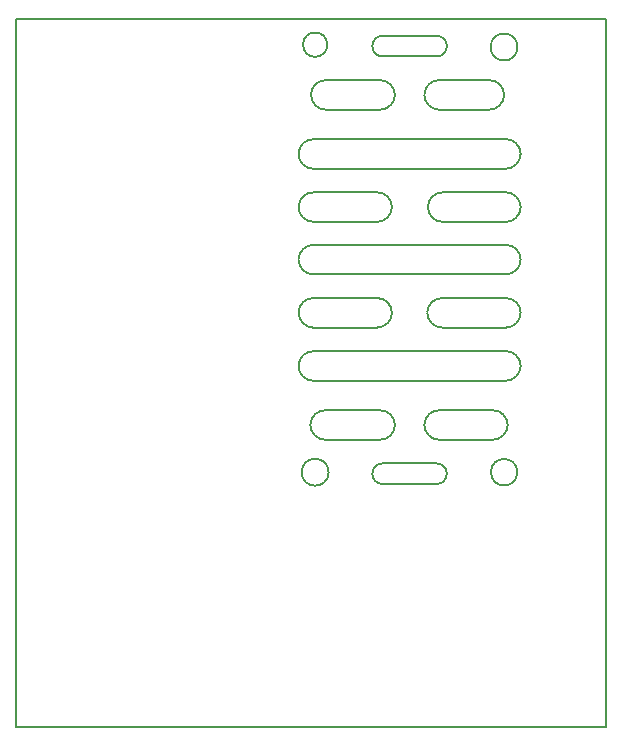
<source format=gbr>
G04 #@! TF.GenerationSoftware,KiCad,Pcbnew,5.1.5-52549c5~84~ubuntu18.04.1*
G04 #@! TF.CreationDate,2020-01-25T12:19:37+01:00*
G04 #@! TF.ProjectId,Nokolino_top,4e6f6b6f-6c69-46e6-9f5f-746f702e6b69,rev?*
G04 #@! TF.SameCoordinates,Original*
G04 #@! TF.FileFunction,Profile,NP*
%FSLAX46Y46*%
G04 Gerber Fmt 4.6, Leading zero omitted, Abs format (unit mm)*
G04 Created by KiCad (PCBNEW 5.1.5-52549c5~84~ubuntu18.04.1) date 2020-01-25 12:19:37*
%MOMM*%
%LPD*%
G04 APERTURE LIST*
%ADD10C,0.200000*%
%ADD11C,0.150000*%
G04 APERTURE END LIST*
D10*
X135650000Y-53200000D02*
G75*
G03X136500000Y-52350000I0J850000D01*
G01*
X136500000Y-52300000D02*
G75*
G03X135650000Y-51450000I-850000J0D01*
G01*
X130200000Y-52350000D02*
G75*
G03X131050000Y-53200000I850000J0D01*
G01*
X131050000Y-51450000D02*
G75*
G03X130200000Y-52300000I0J-850000D01*
G01*
X135650000Y-51450000D02*
X131050000Y-51450000D01*
X135650000Y-87650000D02*
X131050000Y-87650000D01*
X135650000Y-89400000D02*
G75*
G03X136500000Y-88550000I0J850000D01*
G01*
X131050000Y-87650000D02*
G75*
G03X130200000Y-88500000I0J-850000D01*
G01*
X136500000Y-88500000D02*
G75*
G03X135650000Y-87650000I-850000J0D01*
G01*
X130200000Y-88550000D02*
G75*
G03X131050000Y-89400000I850000J0D01*
G01*
X135650000Y-89400000D02*
X131050000Y-89400000D01*
X135650000Y-53200000D02*
X131050000Y-53200000D01*
X141650000Y-84400000D02*
G75*
G03X140400000Y-83150000I-1250000J0D01*
G01*
X140400000Y-85650000D02*
G75*
G03X141650000Y-84400000I0J1250000D01*
G01*
X140450000Y-85650000D02*
X135800000Y-85650000D01*
X135850000Y-83150000D02*
X140450000Y-83150000D01*
X134600000Y-84400000D02*
G75*
G03X135850000Y-85650000I1250000J0D01*
G01*
X135900000Y-83150000D02*
G75*
G03X134600000Y-84350000I-50000J-1250000D01*
G01*
X130850000Y-85650000D02*
X126200000Y-85650000D01*
X126250000Y-83150000D02*
X130850000Y-83150000D01*
X130850000Y-85650000D02*
G75*
G03X132100000Y-84400000I0J1250000D01*
G01*
X126300000Y-57700000D02*
X126250000Y-57700000D01*
X135850000Y-57700000D02*
X140100000Y-57700000D01*
X140100000Y-55200000D02*
X135900000Y-55200000D01*
X130850000Y-57700000D02*
X126250000Y-57700000D01*
X126300000Y-55200000D02*
X130850000Y-55200000D01*
X132100000Y-84400000D02*
G75*
G03X130850000Y-83150000I-1250000J0D01*
G01*
X124950000Y-84400000D02*
G75*
G03X126200000Y-85650000I1250000J0D01*
G01*
X126250000Y-83150000D02*
G75*
G03X124950000Y-84350000I-50000J-1250000D01*
G01*
X134600000Y-56450000D02*
G75*
G03X135850000Y-57700000I1250000J0D01*
G01*
X135900000Y-55200000D02*
G75*
G03X134600000Y-56400000I-50000J-1250000D01*
G01*
X130850000Y-57700000D02*
G75*
G03X132100000Y-56450000I0J1250000D01*
G01*
X132100000Y-56450000D02*
G75*
G03X130850000Y-55200000I-1250000J0D01*
G01*
X140100000Y-57700000D02*
G75*
G03X141350000Y-56450000I0J1250000D01*
G01*
X141350000Y-56450000D02*
G75*
G03X140100000Y-55200000I-1250000J0D01*
G01*
X125000000Y-56450000D02*
G75*
G03X126250000Y-57700000I1250000J0D01*
G01*
X126300000Y-55200000D02*
G75*
G03X125000000Y-56400000I-50000J-1250000D01*
G01*
X130600000Y-67200000D02*
G75*
G03X131850000Y-65950000I0J1250000D01*
G01*
X131850000Y-65950000D02*
G75*
G03X130600000Y-64700000I-1250000J0D01*
G01*
X130600000Y-67200000D02*
X125200000Y-67200000D01*
X125250000Y-64700000D02*
X130600000Y-64700000D01*
X123950000Y-65950000D02*
G75*
G03X125200000Y-67200000I1250000J0D01*
G01*
X125250000Y-64700000D02*
G75*
G03X123950000Y-65900000I-50000J-1250000D01*
G01*
X134900000Y-65950000D02*
G75*
G03X136150000Y-67200000I1250000J0D01*
G01*
X136200000Y-64700000D02*
G75*
G03X134900000Y-65900000I-50000J-1250000D01*
G01*
X141500000Y-67200000D02*
G75*
G03X142750000Y-65950000I0J1250000D01*
G01*
X136150000Y-67200000D02*
X141500000Y-67200000D01*
X136200000Y-64700000D02*
X141550000Y-64700000D01*
X141500000Y-78150000D02*
X125200000Y-78150000D01*
X142750000Y-79400000D02*
G75*
G03X141500000Y-78150000I-1250000J0D01*
G01*
X134850000Y-74900000D02*
G75*
G03X136100000Y-76150000I1250000J0D01*
G01*
X136150000Y-73650000D02*
G75*
G03X134850000Y-74850000I-50000J-1250000D01*
G01*
X136150000Y-76150000D02*
X141500000Y-76150000D01*
X136150000Y-73650000D02*
X141500000Y-73650000D01*
X141500000Y-76150000D02*
G75*
G03X142750000Y-74900000I0J1250000D01*
G01*
X142750000Y-74900000D02*
G75*
G03X141500000Y-73650000I-1250000J0D01*
G01*
X130600000Y-76150000D02*
X125200000Y-76150000D01*
X125250000Y-73650000D02*
X130600000Y-73650000D01*
X130600000Y-76150000D02*
G75*
G03X131850000Y-74900000I0J1250000D01*
G01*
X131850000Y-74900000D02*
G75*
G03X130600000Y-73650000I-1250000J0D01*
G01*
X123950000Y-74900000D02*
G75*
G03X125200000Y-76150000I1250000J0D01*
G01*
X125250000Y-73650000D02*
G75*
G03X123950000Y-74850000I-50000J-1250000D01*
G01*
X125200000Y-62700000D02*
X141500000Y-62700000D01*
X141500000Y-60200000D02*
X125250000Y-60200000D01*
X141500000Y-62700000D02*
G75*
G03X142750000Y-61450000I0J1250000D01*
G01*
X142750000Y-61450000D02*
G75*
G03X141500000Y-60200000I-1250000J0D01*
G01*
X123950000Y-61450000D02*
G75*
G03X125200000Y-62700000I1250000J0D01*
G01*
X125250000Y-60200000D02*
G75*
G03X123950000Y-61400000I-50000J-1250000D01*
G01*
X141500000Y-80650000D02*
X125200000Y-80650000D01*
X142750000Y-65950000D02*
G75*
G03X141500000Y-64700000I-1250000J0D01*
G01*
X141500000Y-80650000D02*
G75*
G03X142750000Y-79400000I0J1250000D01*
G01*
X125250000Y-78150000D02*
G75*
G03X123950000Y-79350000I-50000J-1250000D01*
G01*
X123950000Y-79400000D02*
G75*
G03X125200000Y-80650000I1250000J0D01*
G01*
X125200000Y-71650000D02*
X141500000Y-71650000D01*
X141500000Y-69150000D02*
X125250000Y-69150000D01*
X142750000Y-70400000D02*
G75*
G03X141500000Y-69150000I-1250000J0D01*
G01*
X141500000Y-71650000D02*
G75*
G03X142750000Y-70400000I0J1250000D01*
G01*
X125250000Y-69150000D02*
G75*
G03X123950000Y-70350000I-50000J-1250000D01*
G01*
X123950000Y-70400000D02*
G75*
G03X125200000Y-71650000I1250000J0D01*
G01*
D11*
X150000000Y-110000000D02*
X100000000Y-110000000D01*
D10*
X126490175Y-88400000D02*
G75*
G03X126490175Y-88400000I-1140175J0D01*
G01*
X142468034Y-88400000D02*
G75*
G03X142468034Y-88400000I-1118034J0D01*
G01*
X126379563Y-52200000D02*
G75*
G03X126379563Y-52200000I-1029563J0D01*
G01*
X142490175Y-52400000D02*
G75*
G03X142490175Y-52400000I-1140175J0D01*
G01*
D11*
X150000000Y-50000000D02*
X100000000Y-50000000D01*
X150000000Y-110000000D02*
X150000000Y-50000000D01*
X100000000Y-50000000D02*
X100000000Y-110000000D01*
M02*

</source>
